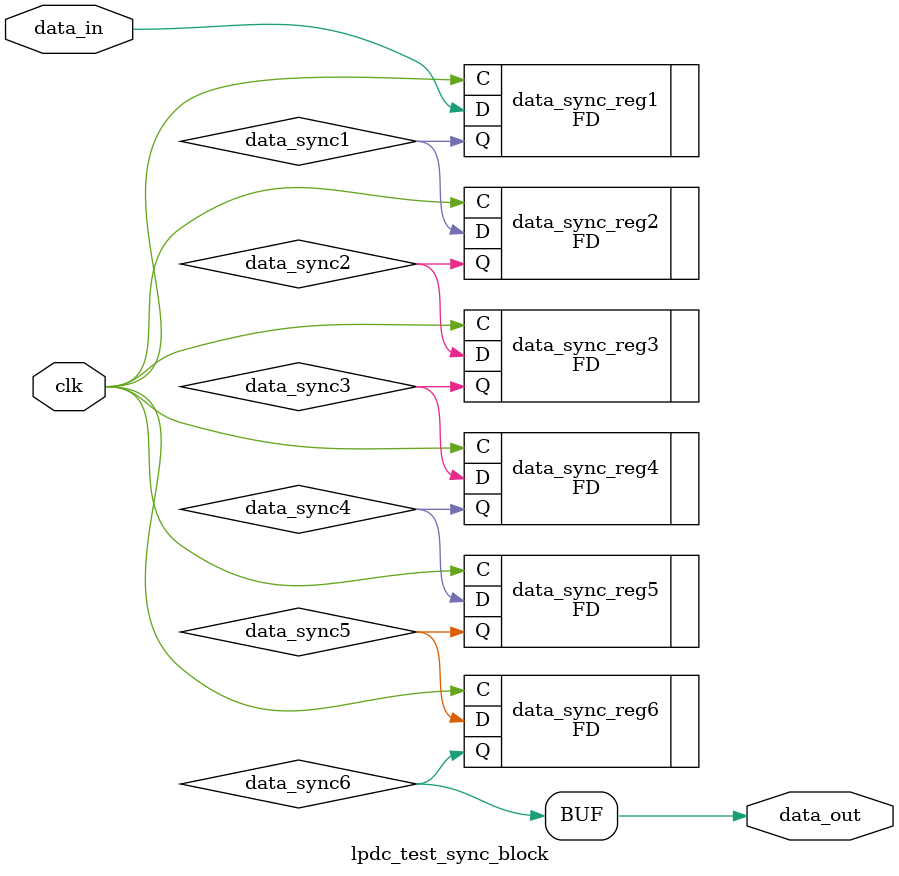
<source format=v>




`timescale 1ps / 1ps

//(* dont_touch = "yes" *)
module lpdc_test_sync_block #(
  parameter INITIALISE = 6'b000000
)
(
  input        clk,              // clock to be sync'ed to
  input        data_in,          // Data to be 'synced'
  output       data_out          // synced data
);

  // Internal Signals
  wire data_sync1;
  wire data_sync2;
  wire data_sync3;
  wire data_sync4;
  wire data_sync5;
  wire data_sync6;


  (* shreg_extract = "no", ASYNC_REG = "TRUE" *)
  FD #(
    .INIT (INITIALISE[0])
  ) data_sync_reg1 (
    .C  (clk),
    .D  (data_in),
    .Q  (data_sync1)
  );


  (* shreg_extract = "no", ASYNC_REG = "TRUE" *)
  FD #(
   .INIT (INITIALISE[1])
  ) data_sync_reg2 (
  .C  (clk),
  .D  (data_sync1),
  .Q  (data_sync2)
  );


  (* shreg_extract = "no", ASYNC_REG = "TRUE" *)
  FD #(
   .INIT (INITIALISE[2])
  ) data_sync_reg3 (
  .C  (clk),
  .D  (data_sync2),
  .Q  (data_sync3)
  );

  (* shreg_extract = "no", ASYNC_REG = "TRUE" *)
  FD #(
   .INIT (INITIALISE[3])
  ) data_sync_reg4 (
  .C  (clk),
  .D  (data_sync3),
  .Q  (data_sync4)
  );

  (* shreg_extract = "no", ASYNC_REG = "TRUE" *)
  FD #(
   .INIT (INITIALISE[4])
  ) data_sync_reg5 (
  .C  (clk),
  .D  (data_sync4),
  .Q  (data_sync5)
  );

  (* shreg_extract = "no", ASYNC_REG = "TRUE" *)
  FD #(
   .INIT (INITIALISE[5])
  ) data_sync_reg6 (
  .C  (clk),
  .D  (data_sync5),
  .Q  (data_sync6)
  );
  assign data_out = data_sync6;



endmodule

</source>
